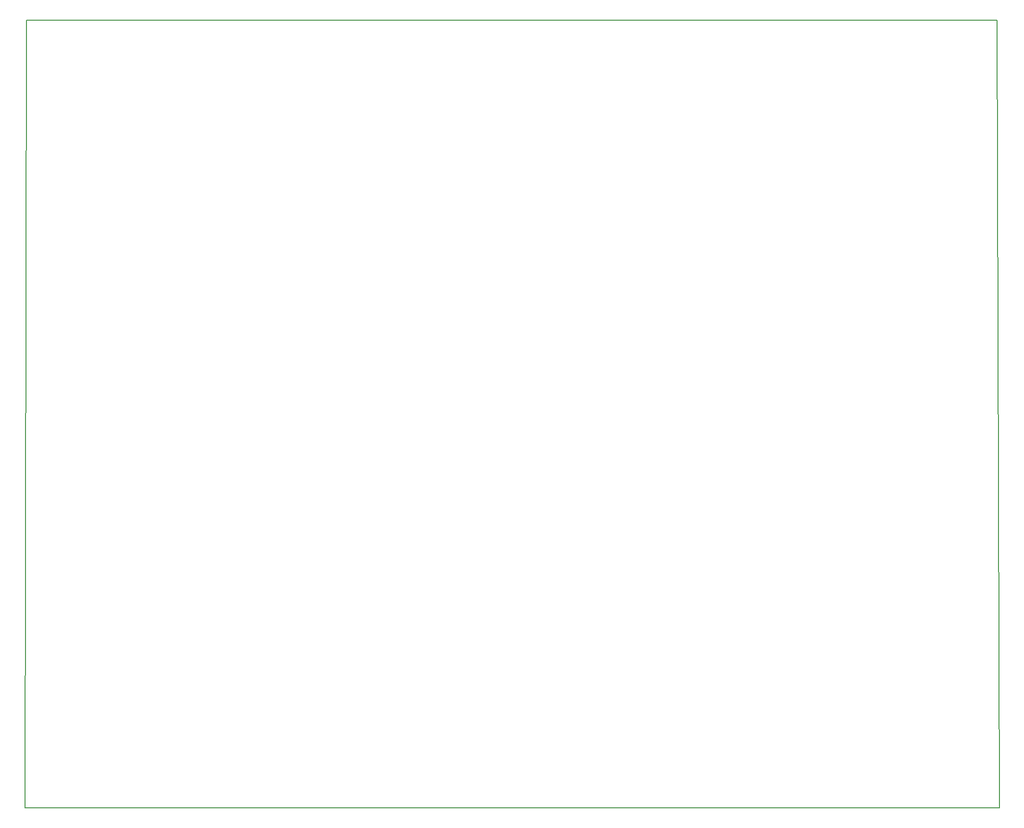
<source format=gm1>
G04 #@! TF.GenerationSoftware,KiCad,Pcbnew,(5.0.2)-1*
G04 #@! TF.CreationDate,2019-06-03T19:17:29+03:00*
G04 #@! TF.ProjectId,STM32_board,53544d33-325f-4626-9f61-72642e6b6963,rev?*
G04 #@! TF.SameCoordinates,Original*
G04 #@! TF.FileFunction,Profile,NP*
%FSLAX46Y46*%
G04 Gerber Fmt 4.6, Leading zero omitted, Abs format (unit mm)*
G04 Created by KiCad (PCBNEW (5.0.2)-1) date 6/3/2019 7:17:29 PM*
%MOMM*%
%LPD*%
G01*
G04 APERTURE LIST*
%ADD10C,0.150000*%
G04 APERTURE END LIST*
D10*
X17399000Y-165735000D02*
X17653000Y-27051000D01*
X188468000Y-27051000D02*
X188468000Y-27051000D01*
X188849000Y-165735000D02*
X188468000Y-27051000D01*
X188468000Y-27051000D02*
X17653000Y-27051000D01*
X17399000Y-165735000D02*
X188849000Y-165735000D01*
M02*

</source>
